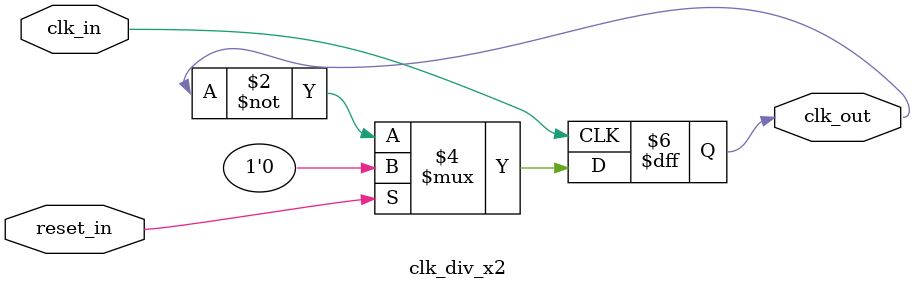
<source format=v>


module clk_div_x2(
	input		clk_in,
	input		reset_in,
	output	reg	clk_out
 );

always @(posedge clk_in) begin
	if (reset_in)
		clk_out <= 1'b0;
	else
		clk_out <= ~clk_out;
end

endmodule

</source>
